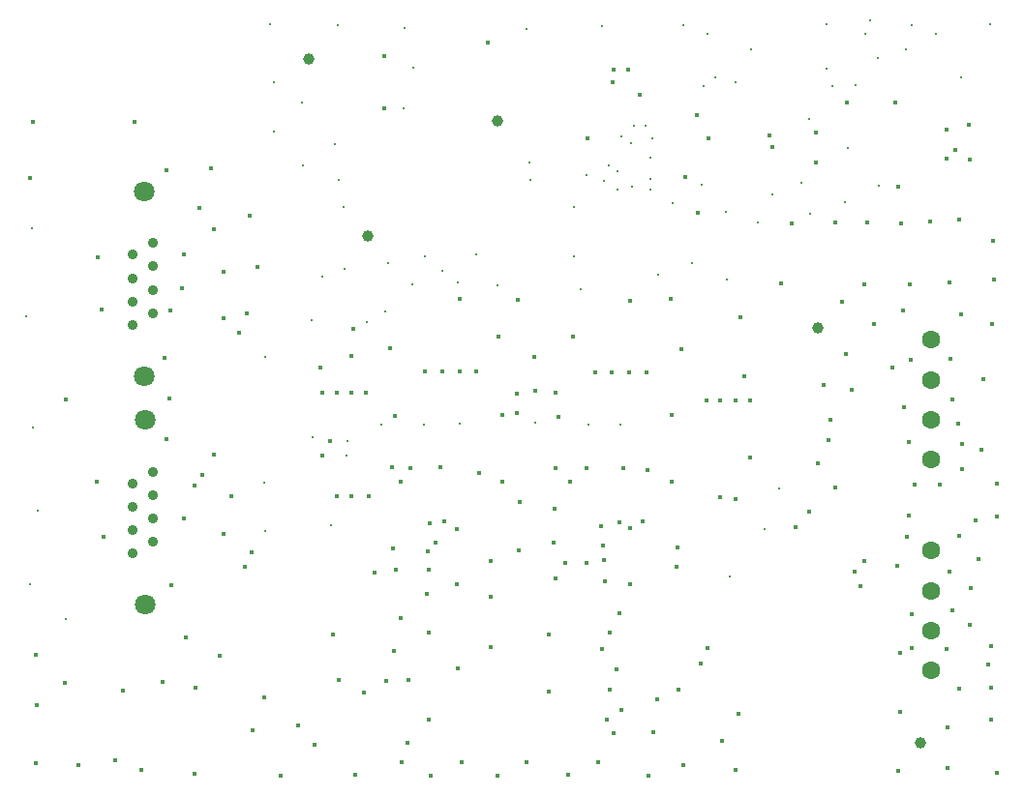
<source format=gbr>
%TF.GenerationSoftware,KiCad,Pcbnew,(6.0.4)*%
%TF.CreationDate,2023-06-02T13:45:16+02:00*%
%TF.ProjectId,Modbus-RJ45-Breakout,4d6f6462-7573-42d5-924a-34352d427265,0.0.2*%
%TF.SameCoordinates,Original*%
%TF.FileFunction,Plated,1,2,PTH,Drill*%
%TF.FilePolarity,Positive*%
%FSLAX46Y46*%
G04 Gerber Fmt 4.6, Leading zero omitted, Abs format (unit mm)*
G04 Created by KiCad (PCBNEW (6.0.4)) date 2023-06-02 13:45:16*
%MOMM*%
%LPD*%
G01*
G04 APERTURE LIST*
%TA.AperFunction,ViaDrill*%
%ADD10C,0.300000*%
%TD*%
%TA.AperFunction,ViaDrill*%
%ADD11C,0.400000*%
%TD*%
%TA.AperFunction,ComponentDrill*%
%ADD12C,0.900000*%
%TD*%
%TA.AperFunction,ComponentDrill*%
%ADD13C,1.000000*%
%TD*%
%TA.AperFunction,ComponentDrill*%
%ADD14C,1.600000*%
%TD*%
%TA.AperFunction,ComponentDrill*%
%ADD15C,1.800000*%
%TD*%
G04 APERTURE END LIST*
D10*
X51000000Y-76800000D03*
X51350000Y-100300000D03*
X51500000Y-69150000D03*
X51600000Y-86550000D03*
X52050000Y-93850000D03*
X54450000Y-103350000D03*
X71850000Y-91400000D03*
X71900000Y-95600000D03*
X71950000Y-80400000D03*
X72350000Y-51250000D03*
X72650000Y-60700000D03*
X72700000Y-56350000D03*
X75150000Y-58150000D03*
X75250000Y-63650000D03*
X75950000Y-77150000D03*
X76050000Y-87400000D03*
X76900000Y-73400000D03*
X77700000Y-95100000D03*
X78000000Y-61750000D03*
X78250000Y-51350000D03*
X78350000Y-64900000D03*
X78750000Y-67250000D03*
X78850000Y-72650000D03*
X79000000Y-89000000D03*
X79100000Y-87750000D03*
X80800000Y-77350000D03*
X82050000Y-86350000D03*
X82400000Y-76400000D03*
X82650000Y-72150000D03*
X84000000Y-58600000D03*
X84100000Y-51600000D03*
X84750000Y-74000000D03*
X84900000Y-55100000D03*
X85800000Y-86300000D03*
X85900000Y-71600000D03*
X87400000Y-72850000D03*
X88800000Y-73850000D03*
X88900000Y-86250000D03*
X90400000Y-71450000D03*
X92250000Y-74100000D03*
X94800000Y-51650000D03*
X95050000Y-63400000D03*
X95150000Y-64900000D03*
X95550000Y-86150000D03*
X98900000Y-67250000D03*
X98900000Y-71550000D03*
X99550000Y-74500000D03*
X100050000Y-64500000D03*
X100200000Y-86300000D03*
X101400000Y-51400000D03*
X101556295Y-64956295D03*
X101969998Y-63624060D03*
X102750000Y-64150000D03*
X102750000Y-65750000D03*
X103000000Y-86350000D03*
X103100000Y-61100000D03*
X103950000Y-61700000D03*
X104000000Y-65450000D03*
X104150000Y-60150000D03*
X105150000Y-60150000D03*
X105600000Y-62950000D03*
X105600000Y-65700000D03*
X105639123Y-64820591D03*
X105800000Y-61250000D03*
X106300000Y-73150000D03*
X107550000Y-66950000D03*
X108500000Y-51350000D03*
X109250000Y-72150000D03*
X110100000Y-65350000D03*
X110300000Y-56650000D03*
X110600000Y-52100000D03*
X111250000Y-55900000D03*
X112250000Y-67700000D03*
X112300000Y-73600000D03*
X112550000Y-99650000D03*
X113100000Y-56350000D03*
X114400000Y-53450000D03*
X115000000Y-68650000D03*
X115600000Y-95450000D03*
X116300000Y-66200000D03*
X116900000Y-91900000D03*
X118850000Y-65150000D03*
X119500000Y-59550000D03*
X119600000Y-67850000D03*
X121000000Y-55150000D03*
X121050000Y-51300000D03*
X121500000Y-56700000D03*
X122650000Y-66850000D03*
X122850000Y-62100000D03*
X123600000Y-56600000D03*
X124400000Y-52100000D03*
X124850000Y-50950000D03*
X125500000Y-54250000D03*
X125600000Y-65400000D03*
X127950000Y-53450000D03*
X128500000Y-51350000D03*
X130550000Y-52150000D03*
X132750000Y-55900000D03*
X135350000Y-51250000D03*
D11*
X51300000Y-64700000D03*
X51600000Y-59800000D03*
X51850000Y-106450000D03*
X51850000Y-115950000D03*
X51950000Y-110900000D03*
X54350000Y-108950000D03*
X54450000Y-84100000D03*
X55600000Y-116150000D03*
X57150000Y-91350000D03*
X57250000Y-71650000D03*
X57600000Y-76200000D03*
X57750000Y-96100000D03*
X58750000Y-115700000D03*
X59450000Y-109600000D03*
X60500000Y-59850000D03*
X61100000Y-116500000D03*
X62900000Y-108850000D03*
X63100000Y-80500000D03*
X63250000Y-87600000D03*
X63300000Y-64050000D03*
X63500000Y-84050000D03*
X63600000Y-76350000D03*
X63700000Y-100400000D03*
X64601479Y-74389104D03*
X64800000Y-71450000D03*
X64801479Y-94499778D03*
X64950000Y-104950000D03*
X65700293Y-91625059D03*
X65750000Y-116850000D03*
X65850000Y-109350000D03*
X66150000Y-67350000D03*
X66450632Y-90684999D03*
X67150000Y-63850000D03*
X67400000Y-69250000D03*
X67400000Y-88950000D03*
X67950000Y-106550000D03*
X68249500Y-72911652D03*
X68249500Y-77036999D03*
X68249500Y-95867944D03*
X68949011Y-92584913D03*
X69648522Y-78288586D03*
X70100000Y-98750000D03*
X70300500Y-76598872D03*
X70550000Y-68000000D03*
X70750000Y-97450000D03*
X70850000Y-113100000D03*
X71250000Y-72500000D03*
X71850000Y-110200000D03*
X73300000Y-117050000D03*
X74800000Y-112650000D03*
X76250000Y-114350000D03*
X76700000Y-81350000D03*
X76900000Y-83550000D03*
X76900000Y-89000000D03*
X77550000Y-87750000D03*
X77800000Y-104700000D03*
X78150000Y-83550000D03*
X78150000Y-92550000D03*
X78350000Y-108650000D03*
X79450000Y-80300000D03*
X79450000Y-83550000D03*
X79450000Y-92550000D03*
X79600000Y-77900000D03*
X79800000Y-116950000D03*
X80550000Y-109800000D03*
X80700000Y-83550000D03*
X80950000Y-92550000D03*
X81500000Y-99250000D03*
X82350000Y-54050000D03*
X82350000Y-58650000D03*
X82500000Y-108750000D03*
X82800000Y-79650000D03*
X83000000Y-90000000D03*
X83100000Y-97150000D03*
X83200000Y-106100000D03*
X83300000Y-85550000D03*
X83350000Y-99000000D03*
X83750000Y-91350000D03*
X83750000Y-103250000D03*
X83850000Y-115900000D03*
X84400000Y-114200000D03*
X84450000Y-108650000D03*
X84650000Y-90100000D03*
X85900000Y-81700000D03*
X86050000Y-101150000D03*
X86100000Y-97400000D03*
X86200000Y-104500000D03*
X86200000Y-112100000D03*
X86250000Y-99000000D03*
X86300000Y-94950000D03*
X86400000Y-117050000D03*
X86800000Y-96650000D03*
X87200000Y-90050000D03*
X87400000Y-81700000D03*
X87550000Y-94800000D03*
X88700000Y-95500000D03*
X88700000Y-100300000D03*
X88750989Y-107649011D03*
X88900000Y-75350000D03*
X88900000Y-81700000D03*
X89100000Y-115900000D03*
X90400000Y-81700000D03*
X90650000Y-90550000D03*
X91350000Y-52900000D03*
X91650000Y-98250000D03*
X91650000Y-101350000D03*
X91650000Y-105750000D03*
X92250000Y-117050000D03*
X92350000Y-78600000D03*
X92650000Y-85450000D03*
X92650000Y-91350000D03*
X93950000Y-83600000D03*
X93950000Y-85300000D03*
X94000000Y-75400000D03*
X94100000Y-97350000D03*
X94200000Y-93050000D03*
X94750000Y-115900000D03*
X95450000Y-80400000D03*
X95500000Y-83350000D03*
X96700000Y-104700000D03*
X96700000Y-109650000D03*
X97150000Y-96650000D03*
X97250000Y-93700000D03*
X97300000Y-83500000D03*
X97300000Y-90100000D03*
X97350000Y-99800000D03*
X97550000Y-85650000D03*
X98150000Y-98450000D03*
X98450000Y-116950000D03*
X98550000Y-91350000D03*
X98800000Y-78600000D03*
X100000000Y-90150000D03*
X100000000Y-98450000D03*
X100150000Y-61250000D03*
X100750000Y-81750000D03*
X101050000Y-115900000D03*
X101300000Y-95200000D03*
X101400000Y-105950000D03*
X101500000Y-96900000D03*
X101550000Y-98150000D03*
X101600000Y-100000000D03*
X101793232Y-112111505D03*
X102050000Y-109550000D03*
X102050500Y-104499500D03*
X102250000Y-81750000D03*
X102350000Y-56350000D03*
X102400000Y-55250000D03*
X102400000Y-113300000D03*
X102650000Y-107750000D03*
X102900000Y-94850000D03*
X102900500Y-102850000D03*
X103050000Y-111250000D03*
X103200000Y-90150000D03*
X103650000Y-55250000D03*
X103750000Y-81750000D03*
X103800000Y-75500000D03*
X103850000Y-100300000D03*
X103850688Y-95400688D03*
X104650000Y-57450000D03*
X104900000Y-94800000D03*
X105250000Y-81750000D03*
X105400000Y-90300000D03*
X105450000Y-117050000D03*
X105900000Y-113200000D03*
X106200000Y-110400000D03*
X107350000Y-75300000D03*
X107450000Y-85500000D03*
X107450000Y-91350000D03*
X107900000Y-98800000D03*
X107950000Y-97100000D03*
X108100000Y-109550000D03*
X108350000Y-79700000D03*
X108450000Y-116100000D03*
X108650000Y-64650000D03*
X109700000Y-59200000D03*
X109800000Y-67800000D03*
X110050000Y-107250000D03*
X110500000Y-84200000D03*
X110650000Y-105900000D03*
X110693984Y-61291632D03*
X111674312Y-92675688D03*
X111750000Y-84200000D03*
X111850000Y-114000000D03*
X113050000Y-84200000D03*
X113050000Y-92850000D03*
X113100000Y-116550000D03*
X113350000Y-111650000D03*
X113450000Y-76900000D03*
X113800000Y-82050000D03*
X114300000Y-84200000D03*
X114300000Y-89200000D03*
X116050000Y-61000000D03*
X116300000Y-62050000D03*
X117050000Y-73950000D03*
X118000000Y-68700000D03*
X118350000Y-95300000D03*
X119500000Y-93900000D03*
X120050000Y-60750000D03*
X120050000Y-63350000D03*
X120250000Y-89700000D03*
X120750000Y-82850000D03*
X121150000Y-87650000D03*
X121400000Y-85850000D03*
X121800000Y-68650000D03*
X121800000Y-91800000D03*
X122350000Y-75550000D03*
X122700000Y-80100000D03*
X122800000Y-58150000D03*
X123200000Y-83300000D03*
X123500000Y-99150000D03*
X123950000Y-100450000D03*
X124300000Y-74050000D03*
X124350000Y-98250000D03*
X124550000Y-68650000D03*
X125150000Y-77500000D03*
X126800000Y-81350000D03*
X127000000Y-58150000D03*
X127200000Y-98650000D03*
X127250000Y-116600000D03*
X127300000Y-65500000D03*
X127450000Y-106300000D03*
X127450000Y-111500000D03*
X127500000Y-68700000D03*
X127750000Y-76300000D03*
X127800000Y-84800000D03*
X128050000Y-96150000D03*
X128200000Y-87800000D03*
X128200000Y-94300000D03*
X128300000Y-74050000D03*
X128350000Y-80650000D03*
X128450000Y-105850000D03*
X128500000Y-102950000D03*
X128700000Y-91600000D03*
X130100000Y-68550000D03*
X130900000Y-91550000D03*
X131500000Y-60450000D03*
X131500000Y-63050000D03*
X131500000Y-106000000D03*
X131600000Y-112800000D03*
X131600000Y-116350000D03*
X131750000Y-73900000D03*
X131800000Y-99150000D03*
X131850000Y-80600000D03*
X132000000Y-102600000D03*
X132050000Y-84100000D03*
X132300000Y-62300000D03*
X132550000Y-86250000D03*
X132650000Y-68400000D03*
X132650000Y-96050000D03*
X132650000Y-109400000D03*
X132750000Y-76700000D03*
X132850000Y-88000000D03*
X132850000Y-90200000D03*
X133500000Y-60050000D03*
X133550000Y-63150000D03*
X133550000Y-103850000D03*
X133650000Y-100600000D03*
X134050000Y-94700000D03*
X134300000Y-98050000D03*
X134550000Y-88500000D03*
X134750000Y-82350000D03*
X135150000Y-107350000D03*
X135400000Y-109350000D03*
X135400000Y-112150000D03*
X135450000Y-105700000D03*
X135500000Y-77500000D03*
X135600000Y-70200000D03*
X135650000Y-73650000D03*
X135900000Y-91450000D03*
X135900000Y-116800000D03*
X135950000Y-94350000D03*
D12*
%TO.C,J1*%
X60340000Y-71450000D03*
X60340000Y-73490000D03*
X60340000Y-75530000D03*
X60340000Y-77570000D03*
%TO.C,J2*%
X60355000Y-91450000D03*
X60355000Y-93490000D03*
X60355000Y-95530000D03*
X60355000Y-97570000D03*
%TO.C,J1*%
X62120000Y-70430000D03*
X62120000Y-72470000D03*
X62120000Y-74510000D03*
X62120000Y-76550000D03*
%TO.C,J2*%
X62135000Y-90430000D03*
X62135000Y-92470000D03*
X62135000Y-94510000D03*
X62135000Y-96550000D03*
D13*
%TO.C,TP28*%
X75750000Y-54350000D03*
%TO.C,TP6*%
X80850000Y-69800000D03*
%TO.C,TP1*%
X92250000Y-59750000D03*
%TO.C,TP35*%
X120300000Y-77850000D03*
%TO.C,TP34*%
X129200000Y-114150000D03*
D14*
%TO.C,J3*%
X130150000Y-78900000D03*
X130150000Y-82400000D03*
X130150000Y-85900000D03*
X130150000Y-89400000D03*
%TO.C,J4*%
X130150000Y-97350000D03*
X130150000Y-100850000D03*
X130150000Y-104350000D03*
X130150000Y-107850000D03*
D15*
%TO.C,J1*%
X61360000Y-65925000D03*
X61360000Y-82075000D03*
%TO.C,J2*%
X61375000Y-85925000D03*
X61375000Y-102075000D03*
M02*

</source>
